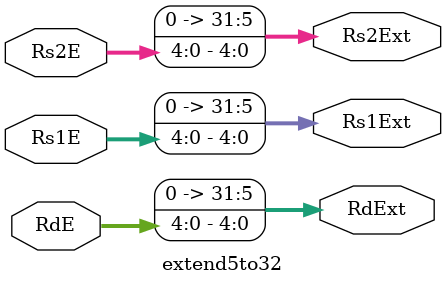
<source format=v>
module extend5to32(Rs1E,Rs2E,RdE,Rs1Ext,Rs2Ext,RdExt);
	input [4:0] Rs1E,Rs2E,RdE;
	output[31:0] Rs1Ext,Rs2Ext,RdExt;
	
	assign Rs1Ext = {27'b0,Rs1E};
	assign Rs2Ext = {27'b0,Rs2E};
	assign RdExt  = {27'b0,RdE};
endmodule
</source>
